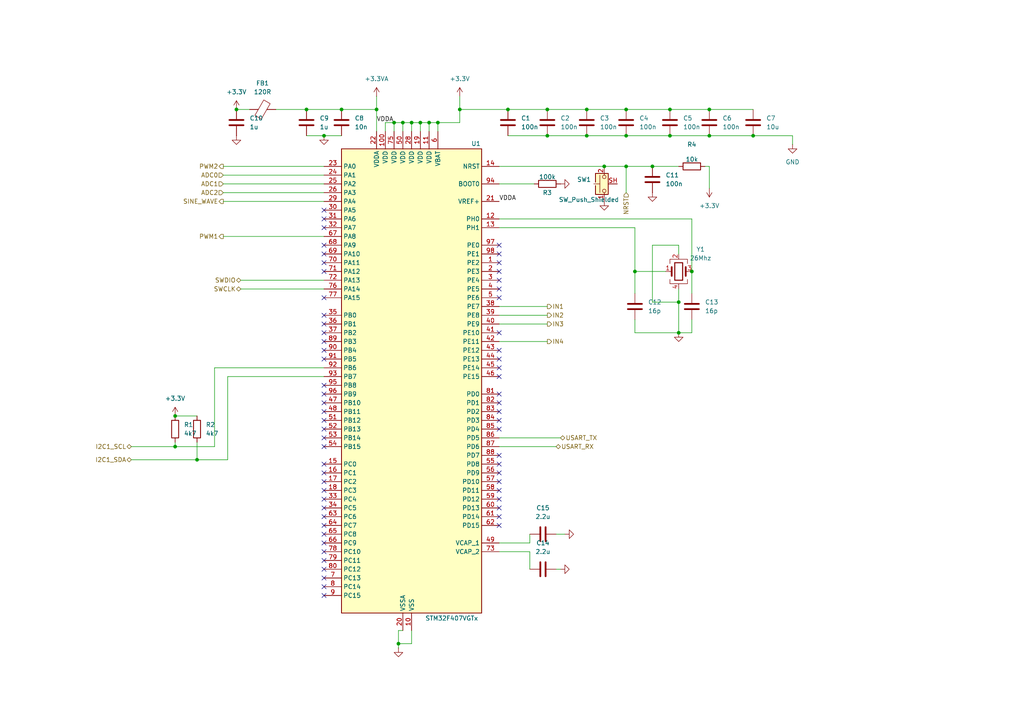
<source format=kicad_sch>
(kicad_sch (version 20250114) (generator "eeschema") (generator_version "9.0")
  (paper "A4")
  (lib_symbols
    (symbol "Device:C" (pin_numbers (hide yes)) (pin_names (offset 0.254))
      (property "Reference" "C" (at 0.635 2.54 0))
      (property "Value" "C" (at 0.635 -2.54 0))
      (symbol "C_0_1"
        (polyline (pts (xy -2.032 0.762) (xy 2.032 0.762)) (stroke (width 0.508)))
        (polyline (pts (xy -2.032 -0.762) (xy 2.032 -0.762)) (stroke (width 0.508)))
      )
      (symbol "C_1_1"
        (pin passive line (at 0 3.81 270) (length 2.794) (name "~") (number "1"))
        (pin passive line (at 0 -3.81 90) (length 2.794) (name "~") (number "2"))
      )
    )
    (symbol "Device:Crystal_GND24" (pin_names (offset 1.016) (hide yes))
      (property "Reference" "Y" (at 3.175 5.08 0))
      (property "Value" "Crystal_GND24" (at 3.175 3.175 0))
      (symbol "Crystal_GND24_0_1"
        (polyline (pts (xy -2.54 2.286) (xy -2.54 3.556) (xy 2.54 3.556) (xy 2.54 2.286)))
        (polyline (pts (xy -2.54 0) (xy -2.032 0)))
        (polyline (pts (xy -2.54 -2.286) (xy -2.54 -3.556) (xy 2.54 -3.556) (xy 2.54 -2.286)))
        (polyline (pts (xy -2.032 -1.27) (xy -2.032 1.27)) (stroke (width 0.508)))
        (rectangle (start -1.143 2.54) (end 1.143 -2.54) (stroke (width 0.3048)))
        (polyline (pts (xy 0 3.556) (xy 0 3.81)))
        (polyline (pts (xy 0 -3.81) (xy 0 -3.556)))
        (polyline (pts (xy 2.032 0) (xy 2.54 0)))
        (polyline (pts (xy 2.032 -1.27) (xy 2.032 1.27)) (stroke (width 0.508)))
      )
      (symbol "Crystal_GND24_1_1"
        (pin passive line (at -3.81 0 0) (length 1.27) (name "1") (number "1"))
        (pin passive line (at 0 5.08 270) (length 1.27) (name "2") (number "2"))
        (pin passive line (at 0 -5.08 90) (length 1.27) (name "4") (number "4"))
        (pin passive line (at 3.81 0 180) (length 1.27) (name "3") (number "3"))
      )
    )
    (symbol "Device:FerriteBead" (pin_numbers (hide yes)) (pin_names (offset 0))
      (property "Reference" "FB" (at -3.81 0.635 90))
      (property "Value" "FerriteBead" (at 3.81 0 90))
      (symbol "FerriteBead_0_1"
        (polyline (pts (xy -2.7686 0.4064) (xy -1.7018 2.2606) (xy 2.7686 -0.3048) (xy 1.6764 -2.159) (xy -2.7686 0.4064)))
        (polyline (pts (xy 0 1.27) (xy 0 1.2954)))
        (polyline (pts (xy 0 -1.27) (xy 0 -1.2192)))
      )
      (symbol "FerriteBead_1_1"
        (pin passive line (at 0 3.81 270) (length 2.54) (name "~") (number "1"))
        (pin passive line (at 0 -3.81 90) (length 2.54) (name "~") (number "2"))
      )
    )
    (symbol "Device:R" (pin_numbers (hide yes)) (pin_names (offset 0))
      (property "Reference" "R" (at 2.032 0 90))
      (property "Value" "R" (at 0 0 90))
      (symbol "R_0_1"
        (rectangle (start -1.016 -2.54) (end 1.016 2.54) (stroke (width 0.254)))
      )
      (symbol "R_1_1"
        (pin passive line (at 0 3.81 270) (length 1.27) (name "~") (number "1"))
        (pin passive line (at 0 -3.81 90) (length 1.27) (name "~") (number "2"))
      )
    )
    (symbol "MCU_ST_STM32F4:STM32F407VGTx"
      (property "Reference" "U" (at -20.32 69.85 0))
      (property "Value" "STM32F407VGTx" (at 12.7 69.85 0))
      (symbol "STM32F407VGTx_0_1"
        (rectangle (start -20.32 -66.04) (end 20.32 68.58) (stroke (width 0.254)) (fill (type background)))
      )
      (symbol "STM32F407VGTx_1_1"
        (pin input line (at -25.4 63.5 0) (length 5.08) (name "NRST") (number "14"))
        (pin input line (at -25.4 58.42 0) (length 5.08) (name "BOOT0") (number "94"))
        (pin input line (at -25.4 53.34 0) (length 5.08) (name "VREF+") (number "21"))
        (pin bidirectional line (at -25.4 48.26 0) (length 5.08) (name "PH0") (number "12"))
        (pin bidirectional line (at -25.4 45.72 0) (length 5.08) (name "PH1") (number "13"))
        (pin bidirectional line (at -25.4 40.64 0) (length 5.08) (name "PE0") (number "97"))
        (pin bidirectional line (at -25.4 38.1 0) (length 5.08) (name "PE1") (number "98"))
        (pin bidirectional line (at -25.4 35.56 0) (length 5.08) (name "PE2") (number "1"))
        (pin bidirectional line (at -25.4 33.02 0) (length 5.08) (name "PE3") (number "2"))
        (pin bidirectional line (at -25.4 30.48 0) (length 5.08) (name "PE4") (number "3"))
        (pin bidirectional line (at -25.4 27.94 0) (length 5.08) (name "PE5") (number "4"))
        (pin bidirectional line (at -25.4 25.4 0) (length 5.08) (name "PE6") (number "5"))
        (pin bidirectional line (at -25.4 22.86 0) (length 5.08) (name "PE7") (number "38"))
        (pin bidirectional line (at -25.4 20.32 0) (length 5.08) (name "PE8") (number "39"))
        (pin bidirectional line (at -25.4 17.78 0) (length 5.08) (name "PE9") (number "40"))
        (pin bidirectional line (at -25.4 15.24 0) (length 5.08) (name "PE10") (number "41"))
        (pin bidirectional line (at -25.4 12.7 0) (length 5.08) (name "PE11") (number "42"))
        (pin bidirectional line (at -25.4 10.16 0) (length 5.08) (name "PE12") (number "43"))
        (pin bidirectional line (at -25.4 7.62 0) (length 5.08) (name "PE13") (number "44"))
        (pin bidirectional line (at -25.4 5.08 0) (length 5.08) (name "PE14") (number "45"))
        (pin bidirectional line (at -25.4 2.54 0) (length 5.08) (name "PE15") (number "46"))
        (pin bidirectional line (at -25.4 -2.54 0) (length 5.08) (name "PD0") (number "81"))
        (pin bidirectional line (at -25.4 -5.08 0) (length 5.08) (name "PD1") (number "82"))
        (pin bidirectional line (at -25.4 -7.62 0) (length 5.08) (name "PD2") (number "83"))
        (pin bidirectional line (at -25.4 -10.16 0) (length 5.08) (name "PD3") (number "84"))
        (pin bidirectional line (at -25.4 -12.7 0) (length 5.08) (name "PD4") (number "85"))
        (pin bidirectional line (at -25.4 -15.24 0) (length 5.08) (name "PD5") (number "86"))
        (pin bidirectional line (at -25.4 -17.78 0) (length 5.08) (name "PD6") (number "87"))
        (pin bidirectional line (at -25.4 -20.32 0) (length 5.08) (name "PD7") (number "88"))
        (pin bidirectional line (at -25.4 -22.86 0) (length 5.08) (name "PD8") (number "55"))
        (pin bidirectional line (at -25.4 -25.4 0) (length 5.08) (name "PD9") (number "56"))
        (pin bidirectional line (at -25.4 -27.94 0) (length 5.08) (name "PD10") (number "57"))
        (pin bidirectional line (at -25.4 -30.48 0) (length 5.08) (name "PD11") (number "58"))
        (pin bidirectional line (at -25.4 -33.02 0) (length 5.08) (name "PD12") (number "59"))
        (pin bidirectional line (at -25.4 -35.56 0) (length 5.08) (name "PD13") (number "60"))
        (pin bidirectional line (at -25.4 -38.1 0) (length 5.08) (name "PD14") (number "61"))
        (pin bidirectional line (at -25.4 -40.64 0) (length 5.08) (name "PD15") (number "62"))
        (pin power_out line (at -25.4 -45.72 0) (length 5.08) (name "VCAP_1") (number "49"))
        (pin power_out line (at -25.4 -48.26 0) (length 5.08) (name "VCAP_2") (number "73"))
        (pin power_in line (at -7.62 73.66 270) (length 5.08) (name "VBAT") (number "6"))
        (pin power_in line (at -5.08 73.66 270) (length 5.08) (name "VDD") (number "11"))
        (pin power_in line (at -2.54 73.66 270) (length 5.08) (name "VDD") (number "19"))
        (pin power_in line (at 0 73.66 270) (length 5.08) (name "VDD") (number "28"))
        (pin power_in line (at 0 -71.12 90) (length 5.08) (name "VSS") (number "10"))
        (pin passive line (at 0 -71.12 90) (length 5.08) (hide yes) (name "VSS") (number "27"))
        (pin passive line (at 0 -71.12 90) (length 5.08) (hide yes) (name "VSS") (number "74"))
        (pin passive line (at 0 -71.12 90) (length 5.08) (hide yes) (name "VSS") (number "99"))
        (pin power_in line (at 2.54 73.66 270) (length 5.08) (name "VDD") (number "50"))
        (pin power_in line (at 2.54 -71.12 90) (length 5.08) (name "VSSA") (number "20"))
        (pin power_in line (at 5.08 73.66 270) (length 5.08) (name "VDD") (number "75"))
        (pin power_in line (at 7.62 73.66 270) (length 5.08) (name "VDD") (number "100"))
        (pin power_in line (at 10.16 73.66 270) (length 5.08) (name "VDDA") (number "22"))
        (pin bidirectional line (at 25.4 63.5 180) (length 5.08) (name "PA0") (number "23"))
        (pin bidirectional line (at 25.4 60.96 180) (length 5.08) (name "PA1") (number "24"))
        (pin bidirectional line (at 25.4 58.42 180) (length 5.08) (name "PA2") (number "25"))
        (pin bidirectional line (at 25.4 55.88 180) (length 5.08) (name "PA3") (number "26"))
        (pin bidirectional line (at 25.4 53.34 180) (length 5.08) (name "PA4") (number "29"))
        (pin bidirectional line (at 25.4 50.8 180) (length 5.08) (name "PA5") (number "30"))
        (pin bidirectional line (at 25.4 48.26 180) (length 5.08) (name "PA6") (number "31"))
        (pin bidirectional line (at 25.4 45.72 180) (length 5.08) (name "PA7") (number "32"))
        (pin bidirectional line (at 25.4 43.18 180) (length 5.08) (name "PA8") (number "67"))
        (pin bidirectional line (at 25.4 40.64 180) (length 5.08) (name "PA9") (number "68"))
        (pin bidirectional line (at 25.4 38.1 180) (length 5.08) (name "PA10") (number "69"))
        (pin bidirectional line (at 25.4 35.56 180) (length 5.08) (name "PA11") (number "70"))
        (pin bidirectional line (at 25.4 33.02 180) (length 5.08) (name "PA12") (number "71"))
        (pin bidirectional line (at 25.4 30.48 180) (length 5.08) (name "PA13") (number "72"))
        (pin bidirectional line (at 25.4 27.94 180) (length 5.08) (name "PA14") (number "76"))
        (pin bidirectional line (at 25.4 25.4 180) (length 5.08) (name "PA15") (number "77"))
        (pin bidirectional line (at 25.4 20.32 180) (length 5.08) (name "PB0") (number "35"))
        (pin bidirectional line (at 25.4 17.78 180) (length 5.08) (name "PB1") (number "36"))
        (pin bidirectional line (at 25.4 15.24 180) (length 5.08) (name "PB2") (number "37"))
        (pin bidirectional line (at 25.4 12.7 180) (length 5.08) (name "PB3") (number "89"))
        (pin bidirectional line (at 25.4 10.16 180) (length 5.08) (name "PB4") (number "90"))
        (pin bidirectional line (at 25.4 7.62 180) (length 5.08) (name "PB5") (number "91"))
        (pin bidirectional line (at 25.4 5.08 180) (length 5.08) (name "PB6") (number "92"))
        (pin bidirectional line (at 25.4 2.54 180) (length 5.08) (name "PB7") (number "93"))
        (pin bidirectional line (at 25.4 0 180) (length 5.08) (name "PB8") (number "95"))
        (pin bidirectional line (at 25.4 -2.54 180) (length 5.08) (name "PB9") (number "96"))
        (pin bidirectional line (at 25.4 -5.08 180) (length 5.08) (name "PB10") (number "47"))
        (pin bidirectional line (at 25.4 -7.62 180) (length 5.08) (name "PB11") (number "48"))
        (pin bidirectional line (at 25.4 -10.16 180) (length 5.08) (name "PB12") (number "51"))
        (pin bidirectional line (at 25.4 -12.7 180) (length 5.08) (name "PB13") (number "52"))
        (pin bidirectional line (at 25.4 -15.24 180) (length 5.08) (name "PB14") (number "53"))
        (pin bidirectional line (at 25.4 -17.78 180) (length 5.08) (name "PB15") (number "54"))
        (pin bidirectional line (at 25.4 -22.86 180) (length 5.08) (name "PC0") (number "15"))
        (pin bidirectional line (at 25.4 -25.4 180) (length 5.08) (name "PC1") (number "16"))
        (pin bidirectional line (at 25.4 -27.94 180) (length 5.08) (name "PC2") (number "17"))
        (pin bidirectional line (at 25.4 -30.48 180) (length 5.08) (name "PC3") (number "18"))
        (pin bidirectional line (at 25.4 -33.02 180) (length 5.08) (name "PC4") (number "33"))
        (pin bidirectional line (at 25.4 -35.56 180) (length 5.08) (name "PC5") (number "34"))
        (pin bidirectional line (at 25.4 -38.1 180) (length 5.08) (name "PC6") (number "63"))
        (pin bidirectional line (at 25.4 -40.64 180) (length 5.08) (name "PC7") (number "64"))
        (pin bidirectional line (at 25.4 -43.18 180) (length 5.08) (name "PC8") (number "65"))
        (pin bidirectional line (at 25.4 -45.72 180) (length 5.08) (name "PC9") (number "66"))
        (pin bidirectional line (at 25.4 -48.26 180) (length 5.08) (name "PC10") (number "78"))
        (pin bidirectional line (at 25.4 -50.8 180) (length 5.08) (name "PC11") (number "79"))
        (pin bidirectional line (at 25.4 -53.34 180) (length 5.08) (name "PC12") (number "80"))
        (pin bidirectional line (at 25.4 -55.88 180) (length 5.08) (name "PC13") (number "7"))
        (pin bidirectional line (at 25.4 -58.42 180) (length 5.08) (name "PC14") (number "8"))
        (pin bidirectional line (at 25.4 -60.96 180) (length 5.08) (name "PC15") (number "9"))
      )
    )
    (symbol "Switch:SW_Push_Shielded" (pin_names (offset 1.016) (hide yes))
      (property "Reference" "SW" (at 4.318 2.032 0))
      (property "Value" "SW_Push_Shielded" (at 0 4.572 0))
      (symbol "SW_Push_Shielded_0_1"
        (circle (center -2.032 0) (radius 0.508))
        (polyline (pts (xy 0 1.27) (xy 0 3.048)))
        (polyline (pts (xy 0.508 2.54) (xy 3.048 2.54) (xy 3.048 -1.143) (xy -3.048 -1.143) (xy -3.048 2.54) (xy -0.508 2.54)) (stroke (width -0.0254)))
        (polyline (pts (xy 0.508 2.54) (xy 3.048 2.54) (xy 3.048 -1.143) (xy -3.048 -1.143) (xy -3.048 2.54) (xy -0.508 2.54)) (stroke (width 0.254)))
        (circle (center 2.032 0) (radius 0.508))
        (polyline (pts (xy 2.54 1.27) (xy -2.54 1.27)))
        (pin passive line (at -5.08 0 0) (length 2.54) (name "1") (number "1"))
        (pin passive line (at 5.08 0 180) (length 2.54) (name "2") (number "2"))
      )
      (symbol "SW_Push_Shielded_1_1"
        (rectangle (start -3.048 2.54) (end 3.048 -1.27) (stroke (width -0.0254)) (fill (type background)))
        (pin passive line (at 0 -3.81 90) (length 2.54) (name "B") (number "SH"))
      )
    )
    (symbol "power:+3.3V" (power) (pin_numbers (hide yes)) (pin_names (offset 0) (hide yes))
      (property "Value" "+3.3V" (at 0 3.556 0))
      (symbol "+3.3V_0_1"
        (polyline (pts (xy -0.762 1.27) (xy 0 2.54)))
        (polyline (pts (xy 0 2.54) (xy 0.762 1.27)))
        (polyline (pts (xy 0 0) (xy 0 2.54)))
      )
      (symbol "+3.3V_1_1"
        (pin power_in line (at 0 0 90) (length 0) (name "~") (number "1"))
      )
    )
    (symbol "power:+3.3VA" (power) (pin_numbers (hide yes)) (pin_names (offset 0) (hide yes))
      (property "Value" "+3.3VA" (at 0 3.556 0))
      (symbol "+3.3VA_0_1"
        (polyline (pts (xy -0.762 1.27) (xy 0 2.54)))
        (polyline (pts (xy 0 2.54) (xy 0.762 1.27)))
        (polyline (pts (xy 0 0) (xy 0 2.54)))
      )
      (symbol "+3.3VA_1_1"
        (pin power_in line (at 0 0 90) (length 0) (name "~") (number "1"))
      )
    )
    (symbol "power:GND" (power) (pin_numbers (hide yes)) (pin_names (offset 0) (hide yes))
      (property "Value" "GND" (at 0 -3.81 0))
      (symbol "GND_0_1"
        (polyline (pts (xy 0 0) (xy 0 -1.27) (xy 1.27 -1.27) (xy 0 -2.54) (xy -1.27 -1.27) (xy 0 -1.27)))
      )
      (symbol "GND_1_1"
        (pin power_in line (at 0 0 270) (length 0) (name "~") (number "1"))
      )
    )
  )
  (junction (at 158.75 31.75))
  (junction (at 196.85 87.63))
  (junction (at 181.61 48.26))
  (junction (at 181.61 39.37))
  (junction (at 205.74 39.37))
  (junction (at 200.66 78.74))
  (junction (at 133.35 31.75))
  (junction (at 194.31 39.37))
  (junction (at 50.8 120.65))
  (junction (at 218.44 39.37))
  (junction (at 181.61 31.75))
  (junction (at 196.85 96.52))
  (junction (at 93.98 39.37))
  (junction (at 119.38 35.56))
  (junction (at 114.3 35.56))
  (junction (at 121.92 35.56))
  (junction (at 170.18 39.37))
  (junction (at 68.58 31.75))
  (junction (at 116.84 35.56))
  (junction (at 184.15 78.74))
  (junction (at 194.31 31.75))
  (junction (at 147.32 31.75))
  (junction (at 175.26 48.26))
  (junction (at 124.46 35.56))
  (junction (at 99.06 31.75))
  (junction (at 109.22 31.75))
  (junction (at 127 35.56))
  (junction (at 158.75 39.37))
  (junction (at 170.18 31.75))
  (junction (at 205.74 31.75))
  (junction (at 57.15 133.35))
  (junction (at 189.23 48.26))
  (junction (at 115.57 186.69))
  (junction (at 88.9 31.75))
  (junction (at 50.8 129.54))
  (no_connect (at 144.78 76.2))
  (no_connect (at 93.98 127))
  (no_connect (at 93.98 167.64))
  (no_connect (at 93.98 73.66))
  (no_connect (at 144.78 114.3))
  (no_connect (at 144.78 139.7))
  (no_connect (at 93.98 147.32))
  (no_connect (at 144.78 78.74))
  (no_connect (at 144.78 132.08))
  (no_connect (at 93.98 86.36))
  (no_connect (at 93.98 66.04))
  (no_connect (at 93.98 170.18))
  (no_connect (at 93.98 71.12))
  (no_connect (at 93.98 76.2))
  (no_connect (at 144.78 104.14))
  (no_connect (at 144.78 96.52))
  (no_connect (at 93.98 111.76))
  (no_connect (at 93.98 91.44))
  (no_connect (at 93.98 137.16))
  (no_connect (at 93.98 93.98))
  (no_connect (at 144.78 116.84))
  (no_connect (at 144.78 106.68))
  (no_connect (at 144.78 109.22))
  (no_connect (at 93.98 116.84))
  (no_connect (at 144.78 73.66))
  (no_connect (at 144.78 147.32))
  (no_connect (at 93.98 96.52))
  (no_connect (at 93.98 121.92))
  (no_connect (at 93.98 157.48))
  (no_connect (at 144.78 121.92))
  (no_connect (at 93.98 60.96))
  (no_connect (at 93.98 149.86))
  (no_connect (at 144.78 101.6))
  (no_connect (at 144.78 71.12))
  (no_connect (at 93.98 134.62))
  (no_connect (at 144.78 81.28))
  (no_connect (at 93.98 124.46))
  (no_connect (at 93.98 154.94))
  (no_connect (at 144.78 119.38))
  (no_connect (at 93.98 99.06))
  (no_connect (at 144.78 142.24))
  (no_connect (at 93.98 63.5))
  (no_connect (at 93.98 104.14))
  (no_connect (at 93.98 78.74))
  (no_connect (at 93.98 144.78))
  (no_connect (at 93.98 114.3))
  (no_connect (at 93.98 139.7))
  (no_connect (at 93.98 101.6))
  (no_connect (at 144.78 134.62))
  (no_connect (at 144.78 137.16))
  (no_connect (at 144.78 149.86))
  (no_connect (at 93.98 162.56))
  (no_connect (at 93.98 129.54))
  (no_connect (at 93.98 165.1))
  (no_connect (at 93.98 152.4))
  (no_connect (at 144.78 144.78))
  (no_connect (at 93.98 172.72))
  (no_connect (at 93.98 119.38))
  (no_connect (at 144.78 86.36))
  (no_connect (at 144.78 152.4))
  (no_connect (at 144.78 124.46))
  (no_connect (at 93.98 142.24))
  (no_connect (at 93.98 160.02))
  (no_connect (at 144.78 83.82))
  (wire (pts (xy 144.78 157.48) (xy 153.67 157.48)))
  (wire (pts (xy 119.38 186.69) (xy 115.57 186.69)))
  (wire (pts (xy 116.84 35.56) (xy 114.3 35.56)))
  (wire (pts (xy 161.29 154.94) (xy 163.83 154.94)))
  (wire (pts (xy 38.1 129.54) (xy 50.8 129.54)))
  (wire (pts (xy 200.66 96.52) (xy 196.85 96.52)))
  (wire (pts (xy 144.78 127) (xy 162.56 127)))
  (wire (pts (xy 158.75 31.75) (xy 170.18 31.75)))
  (wire (pts (xy 229.87 41.91) (xy 229.87 39.37)))
  (wire (pts (xy 66.04 109.22) (xy 66.04 133.35)))
  (wire (pts (xy 69.85 83.82) (xy 93.98 83.82)))
  (wire (pts (xy 64.77 58.42) (xy 93.98 58.42)))
  (wire (pts (xy 88.9 31.75) (xy 99.06 31.75)))
  (wire (pts (xy 204.47 48.26) (xy 205.74 48.26)))
  (wire (pts (xy 205.74 31.75) (xy 218.44 31.75)))
  (wire (pts (xy 205.74 39.37) (xy 218.44 39.37)))
  (wire (pts (xy 64.77 55.88) (xy 93.98 55.88)))
  (wire (pts (xy 144.78 66.04) (xy 184.15 66.04)))
  (wire (pts (xy 114.3 35.56) (xy 114.3 38.1)))
  (wire (pts (xy 62.23 106.68) (xy 62.23 129.54)))
  (wire (pts (xy 161.29 165.1) (xy 162.56 165.1)))
  (wire (pts (xy 121.92 35.56) (xy 124.46 35.56)))
  (wire (pts (xy 57.15 133.35) (xy 66.04 133.35)))
  (wire (pts (xy 147.32 39.37) (xy 158.75 39.37)))
  (wire (pts (xy 184.15 66.04) (xy 184.15 78.74)))
  (wire (pts (xy 64.77 50.8) (xy 93.98 50.8)))
  (wire (pts (xy 189.23 71.12) (xy 189.23 87.63)))
  (wire (pts (xy 64.77 53.34) (xy 93.98 53.34)))
  (wire (pts (xy 218.44 39.37) (xy 229.87 39.37)))
  (wire (pts (xy 196.85 71.12) (xy 189.23 71.12)))
  (wire (pts (xy 200.66 63.5) (xy 200.66 78.74)))
  (wire (pts (xy 184.15 78.74) (xy 193.04 78.74)))
  (wire (pts (xy 115.57 182.88) (xy 115.57 186.69)))
  (wire (pts (xy 200.66 78.74) (xy 200.66 85.09)))
  (wire (pts (xy 181.61 31.75) (xy 194.31 31.75)))
  (wire (pts (xy 116.84 35.56) (xy 119.38 35.56)))
  (wire (pts (xy 144.78 63.5) (xy 200.66 63.5)))
  (wire (pts (xy 189.23 87.63) (xy 196.85 87.63)))
  (wire (pts (xy 147.32 31.75) (xy 158.75 31.75)))
  (wire (pts (xy 144.78 93.98) (xy 158.75 93.98)))
  (wire (pts (xy 50.8 120.65) (xy 57.15 120.65)))
  (wire (pts (xy 196.85 48.26) (xy 189.23 48.26)))
  (wire (pts (xy 121.92 35.56) (xy 121.92 38.1)))
  (wire (pts (xy 115.57 182.88) (xy 116.84 182.88)))
  (wire (pts (xy 119.38 182.88) (xy 119.38 186.69)))
  (wire (pts (xy 170.18 39.37) (xy 181.61 39.37)))
  (wire (pts (xy 64.77 68.58) (xy 93.98 68.58)))
  (wire (pts (xy 184.15 78.74) (xy 184.15 85.09)))
  (wire (pts (xy 144.78 48.26) (xy 175.26 48.26)))
  (wire (pts (xy 38.1 133.35) (xy 57.15 133.35)))
  (wire (pts (xy 88.9 39.37) (xy 93.98 39.37)))
  (wire (pts (xy 181.61 39.37) (xy 194.31 39.37)))
  (wire (pts (xy 111.76 35.56) (xy 111.76 38.1)))
  (wire (pts (xy 170.18 31.75) (xy 181.61 31.75)))
  (wire (pts (xy 124.46 35.56) (xy 124.46 38.1)))
  (wire (pts (xy 144.78 160.02) (xy 153.67 160.02)))
  (wire (pts (xy 196.85 87.63) (xy 196.85 96.52)))
  (wire (pts (xy 144.78 99.06) (xy 158.75 99.06)))
  (wire (pts (xy 181.61 48.26) (xy 189.23 48.26)))
  (wire (pts (xy 99.06 31.75) (xy 109.22 31.75)))
  (wire (pts (xy 133.35 31.75) (xy 133.35 35.56)))
  (wire (pts (xy 127 35.56) (xy 133.35 35.56)))
  (wire (pts (xy 153.67 157.48) (xy 153.67 154.94)))
  (wire (pts (xy 115.57 186.69) (xy 115.57 187.96)))
  (wire (pts (xy 66.04 109.22) (xy 93.98 109.22)))
  (wire (pts (xy 50.8 128.27) (xy 50.8 129.54)))
  (wire (pts (xy 205.74 48.26) (xy 205.74 54.61)))
  (wire (pts (xy 153.67 160.02) (xy 153.67 165.1)))
  (wire (pts (xy 158.75 39.37) (xy 170.18 39.37)))
  (wire (pts (xy 133.35 27.94) (xy 133.35 31.75)))
  (wire (pts (xy 116.84 35.56) (xy 116.84 38.1)))
  (wire (pts (xy 181.61 48.26) (xy 181.61 55.88)))
  (wire (pts (xy 109.22 27.94) (xy 109.22 31.75)))
  (wire (pts (xy 69.85 81.28) (xy 93.98 81.28)))
  (wire (pts (xy 144.78 91.44) (xy 158.75 91.44)))
  (wire (pts (xy 144.78 88.9) (xy 158.75 88.9)))
  (wire (pts (xy 114.3 35.56) (xy 111.76 35.56)))
  (wire (pts (xy 127 35.56) (xy 127 38.1)))
  (wire (pts (xy 57.15 128.27) (xy 57.15 133.35)))
  (wire (pts (xy 144.78 129.54) (xy 161.29 129.54)))
  (wire (pts (xy 50.8 129.54) (xy 62.23 129.54)))
  (wire (pts (xy 184.15 96.52) (xy 196.85 96.52)))
  (wire (pts (xy 184.15 92.71) (xy 184.15 96.52)))
  (wire (pts (xy 175.26 48.26) (xy 181.61 48.26)))
  (wire (pts (xy 119.38 35.56) (xy 121.92 35.56)))
  (wire (pts (xy 64.77 48.26) (xy 93.98 48.26)))
  (wire (pts (xy 200.66 92.71) (xy 200.66 96.52)))
  (wire (pts (xy 196.85 73.66) (xy 196.85 71.12)))
  (wire (pts (xy 194.31 31.75) (xy 205.74 31.75)))
  (wire (pts (xy 124.46 35.56) (xy 127 35.56)))
  (wire (pts (xy 144.78 53.34) (xy 154.94 53.34)))
  (wire (pts (xy 68.58 31.75) (xy 72.39 31.75)))
  (wire (pts (xy 119.38 38.1) (xy 119.38 35.56)))
  (wire (pts (xy 80.01 31.75) (xy 88.9 31.75)))
  (wire (pts (xy 194.31 39.37) (xy 205.74 39.37)))
  (wire (pts (xy 133.35 31.75) (xy 147.32 31.75)))
  (wire (pts (xy 62.23 106.68) (xy 93.98 106.68)))
  (wire (pts (xy 93.98 39.37) (xy 99.06 39.37)))
  (wire (pts (xy 196.85 83.82) (xy 196.85 87.63)))
  (wire (pts (xy 109.22 31.75) (xy 109.22 38.1)))
  (label "VDDA" (at 109.22 35.56 0))
  (label "VDDA" (at 144.78 58.42 0))
  (hierarchical_label "SWDIO" (shape bidirectional) (at 69.85 81.28 180))
  (hierarchical_label "PWM1" (shape output) (at 64.77 68.58 180))
  (hierarchical_label "ADC1" (shape input) (at 64.77 53.34 180))
  (hierarchical_label "SINE_WAVE" (shape output) (at 64.77 58.42 180))
  (hierarchical_label "IN1" (shape output) (at 158.75 88.9 0))
  (hierarchical_label "SWCLK" (shape bidirectional) (at 69.85 83.82 180))
  (hierarchical_label "IN2" (shape output) (at 158.75 91.44 0))
  (hierarchical_label "ADC2" (shape input) (at 64.77 55.88 180))
  (hierarchical_label "USART_TX" (shape bidirectional) (at 162.56 127 0))
  (hierarchical_label "I2C1_SCL" (shape bidirectional) (at 38.1 129.54 180))
  (hierarchical_label "IN4" (shape output) (at 158.75 99.06 0))
  (hierarchical_label "NRST" (shape input) (at 181.61 55.88 270))
  (hierarchical_label "USART_RX" (shape bidirectional) (at 161.29 129.54 0))
  (hierarchical_label "I2C1_SDA" (shape bidirectional) (at 38.1 133.35 180))
  (hierarchical_label "ADC0" (shape input) (at 64.77 50.8 180))
  (hierarchical_label "PWM2" (shape output) (at 64.77 48.26 180))
  (hierarchical_label "IN3" (shape output) (at 158.75 93.98 0))
  (symbol (lib_id "Device:C") (at 189.23 52.07 0) (unit 1)
    (property "Reference" "C11" (at 193.04 50.7999 0) (effects (justify left)))
    (property "Value" "100n" (at 193.04 53.3399 0) (effects (justify left)))
    (property "Footprint" "Capacitor_SMD:C_0603_1608Metric_Pad1.08x0.95mm_HandSolder" (effects (hide yes)))
    (property "Description" "Unpolarized capacitor" (effects (hide yes)))
  )
  (symbol (lib_id "power:+3.3V") (at 50.8 120.65 0) (unit 1)
    (property "Reference" "#PWR02" (effects (hide yes)))
    (property "Value" "+3.3V" (at 50.8 115.57 0))
    (property "Description" "Power symbol creates a global label with name \"+3.3V\"" (effects (hide yes)))
  )
  (symbol (lib_id "power:GND") (at 162.56 53.34 90) (unit 1)
    (property "Reference" "#PWR010" (effects (hide yes)))
    (property "Value" "GND" (effects (hide yes)))
    (property "Description" "Power symbol creates a global label with name \"GND\" , ground" (effects (hide yes)))
  )
  (symbol (lib_id "Device:R") (at 57.15 124.46 0) (unit 1)
    (property "Reference" "R2" (at 59.69 123.1899 0) (effects (justify left)))
    (property "Value" "4k7" (at 59.69 125.7299 0) (effects (justify left)))
    (property "Footprint" "Resistor_SMD:R_1225_3264Metric_Pad1.47x6.45mm_HandSolder" (effects (hide yes)))
    (property "Description" "Resistor" (effects (hide yes)))
  )
  (symbol (lib_id "MCU_ST_STM32F4:STM32F407VGTx") (at 119.38 111.76 0) (mirror y) (unit 1)
    (property "Reference" "U1" (at 139.446 41.656 0) (effects (justify left)))
    (property "Value" "STM32F407VGTx" (at 138.684 179.324 0) (effects (justify left)))
    (property "Footprint" "Package_QFP:LQFP-100_14x14mm_P0.5mm" (effects (hide yes)))
    (property "Datasheet" "https://www.st.com/resource/en/datasheet/stm32f407vg.pdf" (effects (hide yes)))
    (property "Description" "STMicroelectronics Arm Cortex-M4 MCU, 1024KB flash, 192KB RAM, 168 MHz, 1.8-3.6V, 82 GPIO, LQFP100" (effects (hide yes)))
  )
  (symbol (lib_id "Device:C") (at 184.15 88.9 0) (unit 1)
    (property "Reference" "C12" (at 187.96 87.6299 0) (effects (justify left)))
    (property "Value" "16p" (at 187.96 90.1699 0) (effects (justify left)))
    (property "Footprint" "Capacitor_SMD:C_0603_1608Metric_Pad1.08x0.95mm_HandSolder" (effects (hide yes)))
    (property "Description" "Unpolarized capacitor" (effects (hide yes)))
  )
  (symbol (lib_id "Device:C") (at 218.44 35.56 0) (unit 1)
    (property "Reference" "C7" (at 222.25 34.2899 0) (effects (justify left)))
    (property "Value" "10u" (at 222.25 36.8299 0) (effects (justify left)))
    (property "Footprint" "Capacitor_SMD:C_0603_1608Metric_Pad1.08x0.95mm_HandSolder" (effects (hide yes)))
    (property "Description" "Unpolarized capacitor" (effects (hide yes)))
  )
  (symbol (lib_id "Device:C") (at 88.9 35.56 0) (unit 1)
    (property "Reference" "C9" (at 92.71 34.2899 0) (effects (justify left)))
    (property "Value" "1u" (at 92.71 36.8299 0) (effects (justify left)))
    (property "Footprint" "Capacitor_SMD:C_0603_1608Metric_Pad1.08x0.95mm_HandSolder" (effects (hide yes)))
    (property "Description" "Unpolarized capacitor" (effects (hide yes)))
  )
  (symbol (lib_id "power:+3.3V") (at 205.74 54.61 180) (unit 1)
    (property "Reference" "#PWR014" (effects (hide yes)))
    (property "Value" "+3.3V" (at 205.74 59.69 0))
    (property "Description" "Power symbol creates a global label with name \"+3.3V\"" (effects (hide yes)))
  )
  (symbol (lib_id "power:GND") (at 93.98 39.37 0) (unit 1)
    (property "Reference" "#PWR07" (effects (hide yes)))
    (property "Value" "GND" (effects (hide yes)))
    (property "Description" "Power symbol creates a global label with name \"GND\" , ground" (effects (hide yes)))
  )
  (symbol (lib_id "Device:C") (at 68.58 35.56 0) (unit 1)
    (property "Reference" "C10" (at 72.39 34.2899 0) (effects (justify left)))
    (property "Value" "1u" (at 72.39 36.8299 0) (effects (justify left)))
    (property "Footprint" "Capacitor_SMD:C_0603_1608Metric_Pad1.08x0.95mm_HandSolder" (effects (hide yes)))
    (property "Description" "Unpolarized capacitor" (effects (hide yes)))
  )
  (symbol (lib_id "power:GND") (at 163.83 154.94 90) (unit 1)
    (property "Reference" "#PWR017" (effects (hide yes)))
    (property "Value" "GND" (effects (hide yes)))
    (property "Description" "Power symbol creates a global label with name \"GND\" , ground" (effects (hide yes)))
  )
  (symbol (lib_id "power:GND") (at 162.56 165.1 90) (unit 1)
    (property "Reference" "#PWR016" (effects (hide yes)))
    (property "Value" "GND" (effects (hide yes)))
    (property "Description" "Power symbol creates a global label with name \"GND\" , ground" (effects (hide yes)))
  )
  (symbol (lib_id "Device:C") (at 205.74 35.56 0) (unit 1)
    (property "Reference" "C6" (at 209.55 34.2899 0) (effects (justify left)))
    (property "Value" "100n" (at 209.55 36.8299 0) (effects (justify left)))
    (property "Footprint" "Capacitor_SMD:C_0603_1608Metric_Pad1.08x0.95mm_HandSolder" (effects (hide yes)))
    (property "Description" "Unpolarized capacitor" (effects (hide yes)))
  )
  (symbol (lib_id "power:GND") (at 175.26 58.42 0) (unit 1)
    (property "Reference" "#PWR015" (effects (hide yes)))
    (property "Value" "GND" (effects (hide yes)))
    (property "Description" "Power symbol creates a global label with name \"GND\" , ground" (effects (hide yes)))
  )
  (symbol (lib_id "Device:FerriteBead") (at 76.2 31.75 90) (unit 1)
    (property "Reference" "FB1" (at 76.1492 24.13 90))
    (property "Value" "120R" (at 76.1492 26.67 90))
    (property "Footprint" "Inductor_SMD:L_0603_1608Metric_Pad1.05x0.95mm_HandSolder" (effects (hide yes)))
    (property "Description" "Ferrite bead" (effects (hide yes)))
  )
  (symbol (lib_id "power:+3.3V") (at 68.58 31.75 0) (unit 1)
    (property "Reference" "#PWR05" (effects (hide yes)))
    (property "Value" "+3.3V" (at 68.58 26.67 0))
    (property "Description" "Power symbol creates a global label with name \"+3.3V\"" (effects (hide yes)))
  )
  (symbol (lib_id "Device:C") (at 157.48 154.94 270) (unit 1)
    (property "Reference" "C15" (at 157.48 147.32 90))
    (property "Value" "2.2u" (at 157.48 149.86 90))
    (property "Footprint" "Capacitor_SMD:C_0603_1608Metric_Pad1.08x0.95mm_HandSolder" (effects (hide yes)))
    (property "Description" "Unpolarized capacitor" (effects (hide yes)))
  )
  (symbol (lib_id "power:GND") (at 115.57 187.96 0) (unit 1)
    (property "Reference" "#PWR04" (effects (hide yes)))
    (property "Value" "GND" (effects (hide yes)))
    (property "Description" "Power symbol creates a global label with name \"GND\" , ground" (effects (hide yes)))
  )
  (symbol (lib_id "power:+3.3VA") (at 109.22 27.94 0) (unit 1)
    (property "Reference" "#PWR06" (effects (hide yes)))
    (property "Value" "+3.3VA" (at 109.22 22.86 0))
    (property "Description" "Power symbol creates a global label with name \"+3.3VA\"" (effects (hide yes)))
  )
  (symbol (lib_id "Switch:SW_Push_Shielded") (at 175.26 53.34 90) (unit 1)
    (property "Reference" "SW1" (at 171.45 52.0699 90) (effects (justify left)))
    (property "Value" "SW_Push_Shielded" (at 179.578 57.912 90) (effects (justify left)))
    (property "Footprint" "Button_Switch_THT:SW_PUSH_6mm_H7.3mm" (effects (hide yes)))
    (property "Description" "Generic push-button switch, two contact pins and shield pin(s)" (effects (hide yes)))
  )
  (symbol (lib_id "power:GND") (at 229.87 41.91 0) (unit 1)
    (property "Reference" "#PWR03" (effects (hide yes)))
    (property "Value" "GND" (at 229.87 46.99 0))
    (property "Description" "Power symbol creates a global label with name \"GND\" , ground" (effects (hide yes)))
  )
  (symbol (lib_id "Device:C") (at 200.66 88.9 0) (unit 1)
    (property "Reference" "C13" (at 204.47 87.6299 0) (effects (justify left)))
    (property "Value" "16p" (at 204.47 90.1699 0) (effects (justify left)))
    (property "Footprint" "Capacitor_SMD:C_0603_1608Metric_Pad1.08x0.95mm_HandSolder" (effects (hide yes)))
    (property "Description" "Unpolarized capacitor" (effects (hide yes)))
  )
  (symbol (lib_id "Device:C") (at 99.06 35.56 0) (unit 1)
    (property "Reference" "C8" (at 102.87 34.2899 0) (effects (justify left)))
    (property "Value" "10n" (at 102.87 36.8299 0) (effects (justify left)))
    (property "Footprint" "Capacitor_SMD:C_0603_1608Metric_Pad1.08x0.95mm_HandSolder" (effects (hide yes)))
    (property "Description" "Unpolarized capacitor" (effects (hide yes)))
  )
  (symbol (lib_id "power:GND") (at 196.85 96.52 0) (unit 1)
    (property "Reference" "#PWR011" (effects (hide yes)))
    (property "Value" "GND" (effects (hide yes)))
    (property "Description" "Power symbol creates a global label with name \"GND\" , ground" (effects (hide yes)))
  )
  (symbol (lib_id "power:+3.3V") (at 133.35 27.94 0) (unit 1)
    (property "Reference" "#PWR01" (effects (hide yes)))
    (property "Value" "+3.3V" (at 133.35 22.86 0))
    (property "Description" "Power symbol creates a global label with name \"+3.3V\"" (effects (hide yes)))
  )
  (symbol (lib_id "Device:C") (at 181.61 35.56 0) (unit 1)
    (property "Reference" "C4" (at 185.42 34.2899 0) (effects (justify left)))
    (property "Value" "100n" (at 185.42 36.8299 0) (effects (justify left)))
    (property "Footprint" "Capacitor_SMD:C_0603_1608Metric_Pad1.08x0.95mm_HandSolder" (effects (hide yes)))
    (property "Description" "Unpolarized capacitor" (effects (hide yes)))
  )
  (symbol (lib_id "Device:C") (at 170.18 35.56 0) (unit 1)
    (property "Reference" "C3" (at 173.99 34.2899 0) (effects (justify left)))
    (property "Value" "100n" (at 173.99 36.8299 0) (effects (justify left)))
    (property "Footprint" "Capacitor_SMD:C_0603_1608Metric_Pad1.08x0.95mm_HandSolder" (effects (hide yes)))
    (property "Description" "Unpolarized capacitor" (effects (hide yes)))
  )
  (symbol (lib_id "Device:C") (at 157.48 165.1 90) (unit 1)
    (property "Reference" "C14" (at 157.48 157.48 90))
    (property "Value" "2.2u" (at 157.48 160.02 90))
    (property "Footprint" "Capacitor_SMD:C_0603_1608Metric_Pad1.08x0.95mm_HandSolder" (effects (hide yes)))
    (property "Description" "Unpolarized capacitor" (effects (hide yes)))
  )
  (symbol (lib_id "Device:R") (at 158.75 53.34 90) (unit 1)
    (property "Reference" "R3" (at 158.75 55.88 90))
    (property "Value" "100k" (at 158.75 51.308 90))
    (property "Description" "Resistor" (effects (hide yes)))
  )
  (symbol (lib_id "Device:C") (at 147.32 35.56 0) (unit 1)
    (property "Reference" "C1" (at 151.13 34.2899 0) (effects (justify left)))
    (property "Value" "100n" (at 151.13 36.8299 0) (effects (justify left)))
    (property "Footprint" "Capacitor_SMD:C_0603_1608Metric_Pad1.08x0.95mm_HandSolder" (effects (hide yes)))
    (property "Description" "Unpolarized capacitor" (effects (hide yes)))
  )
  (symbol (lib_id "Device:Crystal_GND24") (at 196.85 78.74 0) (unit 1)
    (property "Reference" "Y1" (at 203.2 72.3198 0))
    (property "Value" "26Mhz" (at 203.2 74.8598 0))
    (property "Description" "Four pin crystal, GND on pins 2 and 4" (effects (hide yes)))
  )
  (symbol (lib_id "Device:C") (at 158.75 35.56 0) (unit 1)
    (property "Reference" "C2" (at 162.56 34.2899 0) (effects (justify left)))
    (property "Value" "100n" (at 162.56 36.8299 0) (effects (justify left)))
    (property "Footprint" "Capacitor_SMD:C_0603_1608Metric_Pad1.08x0.95mm_HandSolder" (effects (hide yes)))
    (property "Description" "Unpolarized capacitor" (effects (hide yes)))
  )
  (symbol (lib_id "power:GND") (at 68.58 39.37 0) (unit 1)
    (property "Reference" "#PWR08" (effects (hide yes)))
    (property "Value" "GND" (effects (hide yes)))
    (property "Description" "Power symbol creates a global label with name \"GND\" , ground" (effects (hide yes)))
  )
  (symbol (lib_id "power:GND") (at 189.23 55.88 0) (unit 1)
    (property "Reference" "#PWR09" (effects (hide yes)))
    (property "Value" "GND" (effects (hide yes)))
    (property "Description" "Power symbol creates a global label with name \"GND\" , ground" (effects (hide yes)))
  )
  (symbol (lib_id "Device:C") (at 194.31 35.56 0) (unit 1)
    (property "Reference" "C5" (at 198.12 34.2899 0) (effects (justify left)))
    (property "Value" "100n" (at 198.12 36.8299 0) (effects (justify left)))
    (property "Footprint" "Capacitor_SMD:C_0603_1608Metric_Pad1.08x0.95mm_HandSolder" (effects (hide yes)))
    (property "Description" "Unpolarized capacitor" (effects (hide yes)))
  )
  (symbol (lib_id "Device:R") (at 50.8 124.46 0) (unit 1)
    (property "Reference" "R1" (at 53.34 123.1899 0) (effects (justify left)))
    (property "Value" "4k7" (at 53.34 125.7299 0) (effects (justify left)))
    (property "Footprint" "Resistor_SMD:R_1225_3264Metric_Pad1.47x6.45mm_HandSolder" (effects (hide yes)))
    (property "Description" "Resistor" (effects (hide yes)))
  )
  (symbol (lib_id "Device:R") (at 200.66 48.26 90) (unit 1)
    (property "Reference" "R4" (at 200.66 41.91 90))
    (property "Value" "10k" (at 200.66 46.228 90))
    (property "Description" "Resistor" (effects (hide yes)))
  )
)
</source>
